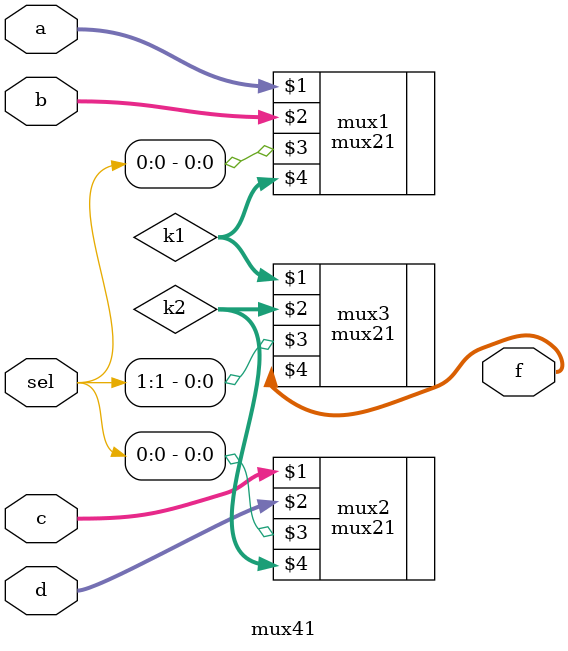
<source format=v>
`timescale 1ns / 1ps

module mux41(input [3:0] a,b,c,d, input [1:0] sel, output [3:0] f);
wire [3:0] k1,k2;
mux21 mux1 (a,b,sel[0],k1);
mux21 mux2 (c,d,sel[0],k2);
mux21 mux3 (k1,k2,sel[1],f);
endmodule

</source>
